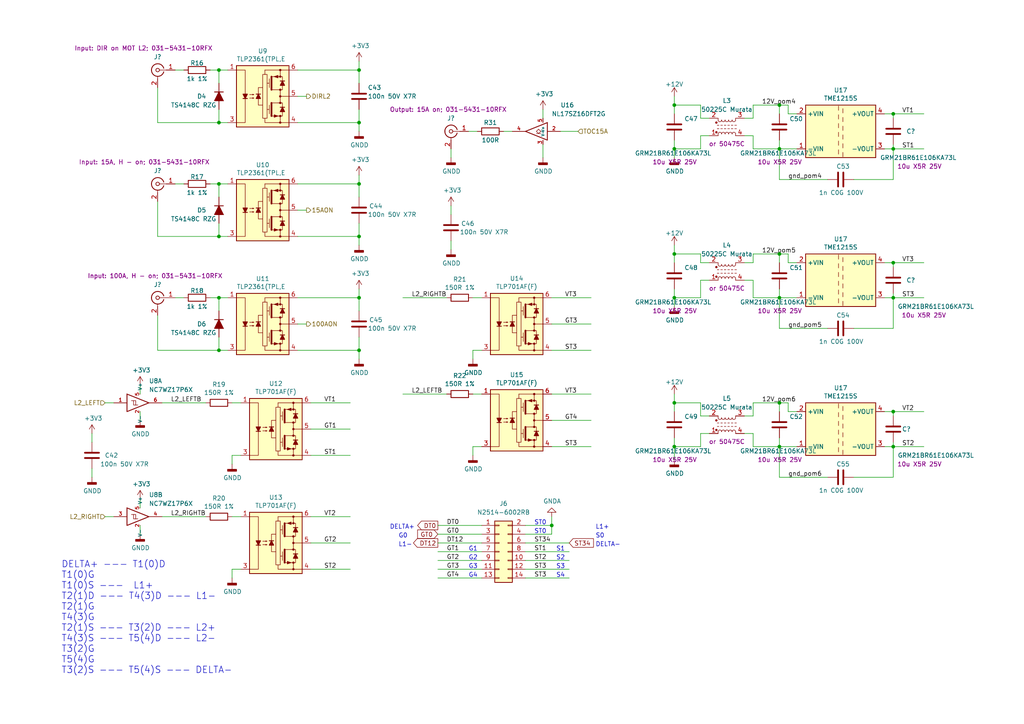
<source format=kicad_sch>
(kicad_sch (version 20230121) (generator eeschema)
  (paper "A4")
  (title_block (title "MOT coils current 100A controller ") (date "2023-11-27") (rev "2_Artiq") (company "Nicolaus Copernicus University in Toruń") (comment 1 "KL FAMO") (comment 2 "Kasli / Sinara compatible version") (comment 4 "designed by Adam Ledziński"))
  (lib_symbols
    (symbol "Connector:Conn_Coaxial" (pin_names (offset 1.016) hide)
      (property "Reference" "J" (at 0.254 3.048 0))
      (property "Value" "Conn_Coaxial" (at 2.921 0 90))
      (symbol "Conn_Coaxial_1_1"
        (pin passive line (at -5.08 0 0) (length 2.54) (name "In") (number "1"))
        (pin passive line (at 0 -5.08 90) (length 2.54) (name "Ext") (number "2"))
      )
    )
    (symbol "Connector_Generic:Conn_02x07_Odd_Even" (pin_names (offset 1.016) hide)
      (property "Reference" "J" (at 1.27 10.16 0))
      (property "Value" "Conn_02x07_Odd_Even" (at 1.27 -10.16 0))
      (symbol "Conn_02x07_Odd_Even_1_1"
        (pin passive line (at -5.08 7.62 0) (length 3.81) (name "Pin_1") (number "1"))
        (pin passive line (at 7.62 -2.54 180) (length 3.81) (name "Pin_10") (number "10"))
        (pin passive line (at -5.08 -5.08 0) (length 3.81) (name "Pin_11") (number "11"))
        (pin passive line (at 7.62 -5.08 180) (length 3.81) (name "Pin_12") (number "12"))
        (pin passive line (at -5.08 -7.62 0) (length 3.81) (name "Pin_13") (number "13"))
        (pin passive line (at 7.62 -7.62 180) (length 3.81) (name "Pin_14") (number "14"))
        (pin passive line (at 7.62 7.62 180) (length 3.81) (name "Pin_2") (number "2"))
        (pin passive line (at -5.08 5.08 0) (length 3.81) (name "Pin_3") (number "3"))
        (pin passive line (at 7.62 5.08 180) (length 3.81) (name "Pin_4") (number "4"))
        (pin passive line (at -5.08 2.54 0) (length 3.81) (name "Pin_5") (number "5"))
        (pin passive line (at 7.62 2.54 180) (length 3.81) (name "Pin_6") (number "6"))
        (pin passive line (at -5.08 0 0) (length 3.81) (name "Pin_7") (number "7"))
        (pin passive line (at 7.62 0 180) (length 3.81) (name "Pin_8") (number "8"))
        (pin passive line (at -5.08 -2.54 0) (length 3.81) (name "Pin_9") (number "9"))
      )
    )
    (symbol "Device:C" (pin_numbers hide) (pin_names (offset 0.254))
      (property "Reference" "C" (at 0.635 2.54 0))
      (property "Value" "C" (at 0.635 -2.54 0))
      (symbol "C_1_1"
        (pin passive line (at 0 3.81 270) (length 2.794) (name "~") (number "1"))
        (pin passive line (at 0 -3.81 90) (length 2.794) (name "~") (number "2"))
      )
    )
    (symbol "Device:R" (pin_numbers hide) (pin_names (offset 0))
      (property "Reference" "R" (at 2.032 0 90))
      (property "Value" "R" (at 0 0 90))
      (symbol "R_1_1"
        (pin passive line (at 0 3.81 270) (length 1.27) (name "~") (number "1"))
        (pin passive line (at 0 -3.81 90) (length 1.27) (name "~") (number "2"))
      )
    )
    (symbol "Regulator_Switching:CRE1S0505SC"
      (property "Reference" "U" (at -8.89 8.89 0))
      (property "Value" "CRE1S0505SC" (at 2.54 8.89 0))
      (symbol "CRE1S0505SC_1_1"
        (pin power_in line (at -12.7 -5.08 0) (length 2.54) (name "-VIN") (number "1"))
        (pin power_in line (at -12.7 5.08 0) (length 2.54) (name "+VIN") (number "2"))
        (pin power_out line (at 12.7 -5.08 180) (length 2.54) (name "-VOUT") (number "3"))
        (pin power_out line (at 12.7 5.08 180) (length 2.54) (name "+VOUT") (number "4"))
      )
    )
    (symbol "c100AvA-rescue:D_ALT-Device" (pin_numbers hide) (pin_names (offset 1.016) hide)
      (property "Reference" "D" (at 0 2.54 0))
      (property "Value" "Device_D_ALT" (at 0 -2.54 0))
      (symbol "D_ALT-Device_1_1"
        (pin passive line (at -3.81 0 0) (length 2.54) (name "K") (number "1"))
        (pin passive line (at 3.81 0 180) (length 2.54) (name "A") (number "2"))
      )
    )
    (symbol "c100AvA-rescue:L_Core_Ferrite_Coupled_1423-Device" (pin_names (offset 0.254) hide)
      (property "Reference" "L" (at 0 4.445 0))
      (property "Value" "Device_L_Core_Ferrite_Coupled_1423" (at 0 -4.445 0))
      (symbol "L_Core_Ferrite_Coupled_1423-Device_1_1"
        (pin passive line (at -5.08 2.54 0) (length 2.54) (name "1") (number "1"))
        (pin passive line (at -5.08 -2.54 0) (length 2.54) (name "2") (number "2"))
        (pin passive line (at 5.08 -2.54 180) (length 2.54) (name "3") (number "3"))
        (pin passive line (at 5.08 2.54 180) (length 2.54) (name "4") (number "4"))
      )
    )
    (symbol "current100A-rescue:ACPL-P343-Driver_FET" (pin_names hide)
      (property "Reference" "U" (at 0 12.7 0))
      (property "Value" "ACPL-P343-Driver_FET" (at 0 10.16 0))
      (symbol "ACPL-P343-Driver_FET_1_1"
        (pin passive line (at -10.16 7.62 0) (length 2.54) (name "A") (number "1"))
        (pin no_connect line (at -7.62 0 0) (length 2.54) hide (name "NC") (number "2"))
        (pin passive line (at -10.16 -7.62 0) (length 2.54) (name "C") (number "3"))
        (pin power_out line (at 10.16 -7.62 180) (length 2.54) (name "VEE") (number "4"))
        (pin output line (at 10.16 0 180) (length 2.54) (name "VO") (number "5"))
        (pin power_in line (at 10.16 7.62 180) (length 2.54) (name "VCC") (number "6"))
      )
    )
    (symbol "ff:2G17" (pin_names (offset 1.016))
      (property "Reference" "U" (at -2.54 3.81 0))
      (property "Value" "2G17" (at 0 -3.81 0))
      (symbol "2G17_0_1"
        (pin power_in line (at 0 -2.54 270) (length 0) (name "V-") (number "2"))
        (pin power_in line (at 0 2.54 90) (length 0) (name "V+") (number "5"))
      )
      (symbol "2G17_1_1"
        (pin input line (at -7.62 0 0) (length 3.81) (name "~") (number "1"))
        (pin output line (at 6.35 0 180) (length 3.81) (name "~") (number "6"))
      )
      (symbol "2G17_2_1"
        (pin input line (at -7.62 0 0) (length 3.81) (name "~") (number "3"))
        (pin output line (at 6.35 0 180) (length 3.81) (name "~") (number "4"))
      )
    )
    (symbol "ff:74LVC1G07_3V" (pin_names (offset 1.016))
      (property "Reference" "U" (at 0 2.54 0))
      (property "Value" "74LVC1G07_3V" (at 6.35 -2.54 0))
      (symbol "74LVC1G07_3V_1_1"
        (pin no_connect line (at 0 -3.81 90) (length 3.81) hide (name "NC") (number "1"))
        (pin input line (at -7.62 0 0) (length 3.81) (name "~") (number "2"))
        (pin power_in line (at -2.54 -3.81 90) (length 1.27) (name "V-") (number "3"))
        (pin open_collector line (at 6.35 0 180) (length 3.81) (name "~") (number "4"))
        (pin power_in line (at -2.54 3.81 270) (length 1.27) (name "V+") (number "5"))
      )
    )
    (symbol "ff:TLP2361" (pin_names hide)
      (property "Reference" "U" (at 0 12.7 0))
      (property "Value" "TLP2361" (at 0 10.16 0))
      (symbol "TLP2361_1_1"
        (pin passive line (at -10.16 7.62 0) (length 2.54) (name "A") (number "1"))
        (pin passive line (at -10.16 -7.62 0) (length 2.54) (name "C") (number "3"))
        (pin power_in line (at 10.16 -7.62 180) (length 2.54) (name "VEE") (number "4"))
        (pin output line (at 10.16 0 180) (length 2.54) (name "VO") (number "5"))
        (pin power_in line (at 10.16 7.62 180) (length 2.54) (name "VCC") (number "6"))
      )
    )
    (symbol "power:+12V" (power) (pin_names (offset 0))
      (property "Value" "+12V" (at 0 3.556 0))
      (symbol "+12V_1_1"
        (pin power_in line (at 0 0 90) (length 0) hide (name "+12V") (number "1"))
      )
    )
    (symbol "power:+3V3" (power) (pin_names (offset 0))
      (property "Value" "+3V3" (at 0 3.556 0))
      (symbol "+3V3_1_1"
        (pin power_in line (at 0 0 90) (length 0) hide (name "+3V3") (number "1"))
      )
    )
    (symbol "power:GNDA" (power) (pin_names (offset 0))
      (property "Value" "GNDA" (at 0 -3.81 0))
      (symbol "GNDA_1_1"
        (pin power_in line (at 0 0 270) (length 0) hide (name "GNDA") (number "1"))
      )
    )
    (symbol "power:GNDD" (power) (pin_names (offset 0))
      (property "Value" "GNDD" (at 0 -3.175 0))
      (symbol "GNDD_1_1"
        (pin power_in line (at 0 0 270) (length 0) hide (name "GNDD") (number "1"))
      )
    )
  )
  (junction (at 226.06 30.48))
  (junction (at 63.5 86.36))
  (junction (at 104.14 101.6))
  (junction (at 63.5 20.32))
  (junction (at 226.06 86.36))
  (junction (at 104.14 68.58))
  (junction (at 160.02 152.4))
  (junction (at 104.14 35.56))
  (junction (at 259.08 43.18))
  (junction (at 104.14 53.34))
  (junction (at 195.58 86.36))
  (junction (at 226.06 43.18))
  (junction (at 104.14 20.32))
  (junction (at 195.58 73.66))
  (junction (at 226.06 73.66))
  (junction (at 63.5 35.56))
  (junction (at 104.14 86.36))
  (junction (at 226.06 129.54))
  (junction (at 259.08 76.2))
  (junction (at 63.5 53.34))
  (junction (at 259.08 33.02))
  (junction (at 259.08 129.54))
  (junction (at 259.08 119.38))
  (junction (at 195.58 129.54))
  (junction (at 63.5 68.58))
  (junction (at 195.58 30.48))
  (junction (at 195.58 116.84))
  (junction (at 259.08 86.36))
  (junction (at 226.06 116.84))
  (junction (at 195.58 43.18))
  (junction (at 63.5 101.6))
  (wire (pts (xy 66.04 68.58) (xy 63.5 68.58)))
  (wire (pts (xy 137.16 132.08) (xy 137.16 129.54)))
  (wire (pts (xy 195.58 30.48) (xy 203.2 30.48)))
  (wire (pts (xy 256.54 76.2) (xy 259.08 76.2)))
  (wire (pts (xy 247.65 95.25) (xy 259.08 95.25)))
  (wire (pts (xy 195.58 86.36) (xy 195.58 88.9)))
  (wire (pts (xy 63.5 86.36) (xy 66.04 86.36)))
  (wire (pts (xy 152.4 152.4) (xy 160.02 152.4)))
  (wire (pts (xy 60.96 86.36) (xy 63.5 86.36)))
  (wire (pts (xy 67.31 165.1) (xy 69.85 165.1)))
  (wire (pts (xy 256.54 43.18) (xy 259.08 43.18)))
  (wire (pts (xy 137.16 86.36) (xy 139.7 86.36)))
  (wire (pts (xy 231.14 33.02) (xy 228.6 33.02)))
  (wire (pts (xy 137.16 101.6) (xy 139.7 101.6)))
  (wire (pts (xy 45.72 101.6) (xy 45.72 91.44)))
  (wire (pts (xy 218.44 120.65) (xy 218.44 116.84)))
  (wire (pts (xy 259.08 43.18) (xy 267.97 43.18)))
  (wire (pts (xy 86.36 68.58) (xy 104.14 68.58)))
  (wire (pts (xy 60.96 20.32) (xy 63.5 20.32)))
  (wire (pts (xy 127 165.1) (xy 139.7 165.1)))
  (wire (pts (xy 203.2 116.84) (xy 203.2 120.65)))
  (wire (pts (xy 218.44 76.2) (xy 218.44 73.66)))
  (wire (pts (xy 104.14 35.56) (xy 104.14 38.1)))
  (wire (pts (xy 63.5 20.32) (xy 66.04 20.32)))
  (wire (pts (xy 226.06 138.43) (xy 240.03 138.43)))
  (wire (pts (xy 86.36 53.34) (xy 104.14 53.34)))
  (wire (pts (xy 59.69 116.84) (xy 46.99 116.84)))
  (wire (pts (xy 40.64 114.3) (xy 40.64 111.76)))
  (wire (pts (xy 26.67 138.43) (xy 26.67 135.89)))
  (wire (pts (xy 63.5 90.17) (xy 63.5 86.36)))
  (wire (pts (xy 50.8 20.32) (xy 53.34 20.32)))
  (wire (pts (xy 203.2 120.65) (xy 205.74 120.65)))
  (wire (pts (xy 63.5 97.79) (xy 63.5 101.6)))
  (wire (pts (xy 205.74 125.73) (xy 203.2 125.73)))
  (wire (pts (xy 228.6 33.02) (xy 228.6 30.48)))
  (wire (pts (xy 256.54 33.02) (xy 259.08 33.02)))
  (wire (pts (xy 259.08 129.54) (xy 259.08 128.27)))
  (wire (pts (xy 60.96 53.34) (xy 63.5 53.34)))
  (wire (pts (xy 228.6 116.84) (xy 226.06 116.84)))
  (wire (pts (xy 130.81 45.72) (xy 130.81 43.18)))
  (wire (pts (xy 152.4 160.02) (xy 165.1 160.02)))
  (wire (pts (xy 259.08 76.2) (xy 259.08 77.47)))
  (wire (pts (xy 45.72 101.6) (xy 63.5 101.6)))
  (wire (pts (xy 195.58 127) (xy 195.58 129.54)))
  (wire (pts (xy 205.74 39.37) (xy 203.2 39.37)))
  (wire (pts (xy 226.06 43.18) (xy 218.44 43.18)))
  (wire (pts (xy 63.5 101.6) (xy 66.04 101.6)))
  (wire (pts (xy 218.44 43.18) (xy 218.44 39.37)))
  (wire (pts (xy 104.14 20.32) (xy 104.14 24.13)))
  (wire (pts (xy 218.44 129.54) (xy 218.44 125.73)))
  (wire (pts (xy 88.9 93.98) (xy 86.36 93.98)))
  (wire (pts (xy 33.02 116.84) (xy 30.48 116.84)))
  (wire (pts (xy 195.58 30.48) (xy 195.58 33.02)))
  (wire (pts (xy 135.89 38.1) (xy 138.43 38.1)))
  (wire (pts (xy 203.2 34.29) (xy 205.74 34.29)))
  (wire (pts (xy 228.6 73.66) (xy 226.06 73.66)))
  (wire (pts (xy 127 154.94) (xy 139.7 154.94)))
  (wire (pts (xy 104.14 53.34) (xy 104.14 50.8)))
  (wire (pts (xy 226.06 52.07) (xy 240.03 52.07)))
  (wire (pts (xy 127 157.48) (xy 139.7 157.48)))
  (wire (pts (xy 218.44 39.37) (xy 215.9 39.37)))
  (wire (pts (xy 67.31 116.84) (xy 69.85 116.84)))
  (wire (pts (xy 218.44 86.36) (xy 218.44 81.28)))
  (wire (pts (xy 195.58 116.84) (xy 203.2 116.84)))
  (wire (pts (xy 127 152.4) (xy 139.7 152.4)))
  (wire (pts (xy 63.5 57.15) (xy 63.5 53.34)))
  (wire (pts (xy 160.02 129.54) (xy 171.45 129.54)))
  (wire (pts (xy 259.08 119.38) (xy 259.08 120.65)))
  (wire (pts (xy 152.4 154.94) (xy 160.02 154.94)))
  (wire (pts (xy 215.9 120.65) (xy 218.44 120.65)))
  (wire (pts (xy 127 162.56) (xy 139.7 162.56)))
  (wire (pts (xy 67.31 134.62) (xy 67.31 132.08)))
  (wire (pts (xy 86.36 20.32) (xy 104.14 20.32)))
  (wire (pts (xy 218.44 34.29) (xy 218.44 30.48)))
  (wire (pts (xy 130.81 69.85) (xy 130.81 72.39)))
  (wire (pts (xy 226.06 86.36) (xy 231.14 86.36)))
  (wire (pts (xy 226.06 129.54) (xy 231.14 129.54)))
  (wire (pts (xy 195.58 73.66) (xy 195.58 76.2)))
  (wire (pts (xy 259.08 43.18) (xy 259.08 41.91)))
  (wire (pts (xy 63.5 53.34) (xy 66.04 53.34)))
  (wire (pts (xy 218.44 125.73) (xy 215.9 125.73)))
  (wire (pts (xy 240.03 95.25) (xy 226.06 95.25)))
  (wire (pts (xy 86.36 86.36) (xy 104.14 86.36)))
  (wire (pts (xy 231.14 119.38) (xy 228.6 119.38)))
  (wire (pts (xy 247.65 138.43) (xy 259.08 138.43)))
  (wire (pts (xy 45.72 35.56) (xy 63.5 35.56)))
  (wire (pts (xy 228.6 119.38) (xy 228.6 116.84)))
  (wire (pts (xy 101.6 149.86) (xy 90.17 149.86)))
  (wire (pts (xy 259.08 95.25) (xy 259.08 86.36)))
  (wire (pts (xy 218.44 30.48) (xy 226.06 30.48)))
  (wire (pts (xy 259.08 129.54) (xy 267.97 129.54)))
  (wire (pts (xy 88.9 27.94) (xy 86.36 27.94)))
  (wire (pts (xy 90.17 124.46) (xy 101.6 124.46)))
  (wire (pts (xy 203.2 86.36) (xy 195.58 86.36)))
  (wire (pts (xy 256.54 119.38) (xy 259.08 119.38)))
  (wire (pts (xy 256.54 129.54) (xy 259.08 129.54)))
  (wire (pts (xy 231.14 76.2) (xy 228.6 76.2)))
  (wire (pts (xy 63.5 35.56) (xy 66.04 35.56)))
  (wire (pts (xy 259.08 33.02) (xy 267.97 33.02)))
  (wire (pts (xy 104.14 35.56) (xy 104.14 31.75)))
  (wire (pts (xy 67.31 132.08) (xy 69.85 132.08)))
  (wire (pts (xy 104.14 68.58) (xy 104.14 71.12)))
  (wire (pts (xy 226.06 129.54) (xy 226.06 127)))
  (wire (pts (xy 160.02 93.98) (xy 171.45 93.98)))
  (wire (pts (xy 130.81 59.69) (xy 130.81 62.23)))
  (wire (pts (xy 86.36 101.6) (xy 104.14 101.6)))
  (wire (pts (xy 101.6 116.84) (xy 90.17 116.84)))
  (wire (pts (xy 50.8 53.34) (xy 53.34 53.34)))
  (wire (pts (xy 67.31 167.64) (xy 67.31 165.1)))
  (wire (pts (xy 226.06 129.54) (xy 218.44 129.54)))
  (wire (pts (xy 203.2 39.37) (xy 203.2 43.18)))
  (wire (pts (xy 215.9 76.2) (xy 218.44 76.2)))
  (wire (pts (xy 228.6 76.2) (xy 228.6 73.66)))
  (wire (pts (xy 90.17 132.08) (xy 101.6 132.08)))
  (wire (pts (xy 45.72 68.58) (xy 63.5 68.58)))
  (wire (pts (xy 137.16 114.3) (xy 139.7 114.3)))
  (wire (pts (xy 195.58 114.3) (xy 195.58 116.84)))
  (wire (pts (xy 226.06 43.18) (xy 226.06 40.64)))
  (wire (pts (xy 226.06 86.36) (xy 226.06 83.82)))
  (wire (pts (xy 50.8 86.36) (xy 53.34 86.36)))
  (wire (pts (xy 203.2 30.48) (xy 203.2 34.29)))
  (wire (pts (xy 129.54 114.3) (xy 116.84 114.3)))
  (wire (pts (xy 88.9 60.96) (xy 86.36 60.96)))
  (wire (pts (xy 218.44 116.84) (xy 226.06 116.84)))
  (wire (pts (xy 104.14 53.34) (xy 104.14 57.15)))
  (wire (pts (xy 137.16 129.54) (xy 139.7 129.54)))
  (wire (pts (xy 226.06 30.48) (xy 226.06 33.02)))
  (wire (pts (xy 226.06 95.25) (xy 226.06 86.36)))
  (wire (pts (xy 90.17 165.1) (xy 101.6 165.1)))
  (wire (pts (xy 63.5 31.75) (xy 63.5 35.56)))
  (wire (pts (xy 259.08 52.07) (xy 259.08 43.18)))
  (wire (pts (xy 129.54 86.36) (xy 116.84 86.36)))
  (wire (pts (xy 160.02 121.92) (xy 171.45 121.92)))
  (wire (pts (xy 157.48 34.29) (xy 157.48 31.75)))
  (wire (pts (xy 67.31 149.86) (xy 69.85 149.86)))
  (wire (pts (xy 90.17 157.48) (xy 101.6 157.48)))
  (wire (pts (xy 259.08 138.43) (xy 259.08 129.54)))
  (wire (pts (xy 40.64 121.92) (xy 40.64 119.38)))
  (wire (pts (xy 247.65 52.07) (xy 259.08 52.07)))
  (wire (pts (xy 215.9 34.29) (xy 218.44 34.29)))
  (wire (pts (xy 203.2 125.73) (xy 203.2 129.54)))
  (wire (pts (xy 40.64 154.94) (xy 40.64 152.4)))
  (wire (pts (xy 160.02 154.94) (xy 160.02 152.4)))
  (wire (pts (xy 228.6 30.48) (xy 226.06 30.48)))
  (wire (pts (xy 33.02 149.86) (xy 30.48 149.86)))
  (wire (pts (xy 226.06 43.18) (xy 226.06 52.07)))
  (wire (pts (xy 86.36 35.56) (xy 104.14 35.56)))
  (wire (pts (xy 59.69 149.86) (xy 46.99 149.86)))
  (wire (pts (xy 171.45 86.36) (xy 160.02 86.36)))
  (wire (pts (xy 195.58 83.82) (xy 195.58 86.36)))
  (wire (pts (xy 152.4 162.56) (xy 165.1 162.56)))
  (wire (pts (xy 203.2 43.18) (xy 195.58 43.18)))
  (wire (pts (xy 195.58 71.12) (xy 195.58 73.66)))
  (wire (pts (xy 127 167.64) (xy 139.7 167.64)))
  (wire (pts (xy 152.4 157.48) (xy 165.1 157.48)))
  (wire (pts (xy 195.58 116.84) (xy 195.58 119.38)))
  (wire (pts (xy 259.08 33.02) (xy 259.08 34.29)))
  (wire (pts (xy 259.08 86.36) (xy 267.97 86.36)))
  (wire (pts (xy 45.72 68.58) (xy 45.72 58.42)))
  (wire (pts (xy 146.05 38.1) (xy 148.59 38.1)))
  (wire (pts (xy 104.14 86.36) (xy 104.14 83.82)))
  (wire (pts (xy 26.67 128.27) (xy 26.67 125.73)))
  (wire (pts (xy 205.74 81.28) (xy 203.2 81.28)))
  (wire (pts (xy 195.58 27.94) (xy 195.58 30.48)))
  (wire (pts (xy 226.06 116.84) (xy 226.06 119.38)))
  (wire (pts (xy 167.64 38.1) (xy 162.56 38.1)))
  (wire (pts (xy 203.2 73.66) (xy 203.2 76.2)))
  (wire (pts (xy 195.58 43.18) (xy 195.58 45.72)))
  (wire (pts (xy 226.06 73.66) (xy 226.06 76.2)))
  (wire (pts (xy 137.16 104.14) (xy 137.16 101.6)))
  (wire (pts (xy 127 160.02) (xy 139.7 160.02)))
  (wire (pts (xy 256.54 86.36) (xy 259.08 86.36)))
  (wire (pts (xy 104.14 20.32) (xy 104.14 17.78)))
  (wire (pts (xy 160.02 152.4) (xy 160.02 149.86)))
  (wire (pts (xy 63.5 64.77) (xy 63.5 68.58)))
  (wire (pts (xy 104.14 86.36) (xy 104.14 90.17)))
  (wire (pts (xy 226.06 86.36) (xy 218.44 86.36)))
  (wire (pts (xy 157.48 45.72) (xy 157.48 41.91)))
  (wire (pts (xy 152.4 167.64) (xy 165.1 167.64)))
  (wire (pts (xy 226.06 43.18) (xy 231.14 43.18)))
  (wire (pts (xy 218.44 73.66) (xy 226.06 73.66)))
  (wire (pts (xy 45.72 35.56) (xy 45.72 25.4)))
  (wire (pts (xy 171.45 114.3) (xy 160.02 114.3)))
  (wire (pts (xy 226.06 129.54) (xy 226.06 138.43)))
  (wire (pts (xy 203.2 129.54) (xy 195.58 129.54)))
  (wire (pts (xy 203.2 76.2) (xy 205.74 76.2)))
  (wire (pts (xy 152.4 165.1) (xy 165.1 165.1)))
  (wire (pts (xy 259.08 119.38) (xy 267.97 119.38)))
  (wire (pts (xy 218.44 81.28) (xy 215.9 81.28)))
  (wire (pts (xy 40.64 147.32) (xy 40.64 144.78)))
  (wire (pts (xy 104.14 68.58) (xy 104.14 64.77)))
  (wire (pts (xy 104.14 101.6) (xy 104.14 104.14)))
  (wire (pts (xy 195.58 40.64) (xy 195.58 43.18)))
  (wire (pts (xy 104.14 101.6) (xy 104.14 97.79)))
  (wire (pts (xy 259.08 86.36) (xy 259.08 85.09)))
  (wire (pts (xy 259.08 76.2) (xy 267.97 76.2)))
  (wire (pts (xy 203.2 81.28) (xy 203.2 86.36)))
  (wire (pts (xy 160.02 101.6) (xy 171.45 101.6)))
  (wire (pts (xy 63.5 24.13) (xy 63.5 20.32)))
  (wire (pts (xy 195.58 129.54) (xy 195.58 133.35)))
  (wire (pts (xy 195.58 73.66) (xy 203.2 73.66)))
  (text "DELTA-" (at 172.72 158.75 0) (effects (font (size 1.27 1.27)) (justify left bottom)))
  (text "S1" (at 161.29 160.02 0) (effects (font (size 1.27 1.27)) (justify left bottom)))
  (text "L1-" (at 115.57 158.75 0) (effects (font (size 1.27 1.27)) (justify left bottom)))
  (text "S3" (at 161.29 165.1 0) (effects (font (size 1.27 1.27)) (justify left bottom)))
  (text "G3" (at 135.89 165.1 0) (effects (font (size 1.27 1.27)) (justify left bottom)))
  (text "G4" (at 135.89 167.64 0) (effects (font (size 1.27 1.27)) (justify left bottom)))
  (text "ST0" (at 154.94 154.94 0) (effects (font (size 1.27 1.27)) (justify left bottom)))
  (text "DELTA+ --- T1(0)D\nT1(0)G\nT1(0)S ---  L1+\nT2(1)D --- T4(3)D --- L1-\nT2(1)G      \nT4(3)G\nT2(1)S --- T3(2)D --- L2+\nT4(3)S --- T5(4)D --- L2-\nT3(2)G      \nT5(4)G\nT3(2)S --- T5(4)S --- DELTA-\n" (at 17.78 195.58 0) (effects (font (size 1.905 1.905)) (justify left bottom)))
  (text "S0" (at 172.72 156.21 0) (effects (font (size 1.27 1.27)) (justify left bottom)))
  (text "S2" (at 161.29 162.56 0) (effects (font (size 1.27 1.27)) (justify left bottom)))
  (text "G0" (at 115.57 156.21 0) (effects (font (size 1.27 1.27)) (justify left bottom)))
  (text "DELTA+" (at 113.03 153.67 0) (effects (font (size 1.27 1.27)) (justify left bottom)))
  (text "ST0" (at 154.94 152.4 0) (effects (font (size 1.27 1.27)) (justify left bottom)))
  (text "S4" (at 161.29 167.64 0) (effects (font (size 1.27 1.27)) (justify left bottom)))
  (text "G2" (at 135.89 162.56 0) (effects (font (size 1.27 1.27)) (justify left bottom)))
  (text "L1+" (at 172.72 153.67 0) (effects (font (size 1.27 1.27)) (justify left bottom)))
  (text "G1" (at 135.89 160.02 0) (effects (font (size 1.27 1.27)) (justify left bottom)))
  (label "GT3" (at 129.54 165.1 0))
  (label "ST34" (at 154.94 157.48 0))
  (label "ST2" (at 93.98 165.1 0))
  (label "VT1" (at 261.62 33.02 0))
  (label "ST1" (at 93.98 132.08 0))
  (label "ST1" (at 154.94 160.02 0))
  (label "VT2" (at 93.98 149.86 0))
  (label "VT3" (at 163.83 86.36 0))
  (label "ST2" (at 261.62 129.54 0))
  (label "L2_LEFTB" (at 119.38 114.3 0))
  (label "ST1" (at 261.62 43.18 0))
  (label "DT12" (at 129.54 157.48 0))
  (label "GT2" (at 93.98 157.48 0))
  (label "ST3" (at 154.94 165.1 0))
  (label "ST3" (at 261.62 86.36 0))
  (label "ST3" (at 163.83 129.54 0))
  (label "12V_pom5" (at 220.98 73.66 0))
  (label "gnd_pom6" (at 228.6 138.43 0))
  (label "GT2" (at 129.54 162.56 0))
  (label "ST2" (at 154.94 162.56 0))
  (label "gnd_pom4" (at 228.6 52.07 0))
  (label "12V_pom4" (at 220.98 30.48 0))
  (label "VT1" (at 93.98 116.84 0))
  (label "GT4" (at 129.54 167.64 0))
  (label "gnd_pom5" (at 228.6 95.25 0))
  (label "VT3" (at 261.62 76.2 0))
  (label "DT0" (at 129.54 152.4 0))
  (label "GT3" (at 163.83 93.98 0))
  (label "GT0" (at 129.54 154.94 0))
  (label "ST3" (at 163.83 101.6 0))
  (label "VT3" (at 163.83 114.3 0))
  (label "ST3" (at 154.94 167.64 0))
  (label "GT1" (at 93.98 124.46 0))
  (label "L2_LEFTB" (at 49.53 116.84 0))
  (label "VT2" (at 261.62 119.38 0))
  (label "GT4" (at 163.83 121.92 0))
  (label "L2_RIGHTB" (at 49.53 149.86 0))
  (label "L2_RIGHTB" (at 119.38 86.36 0))
  (label "12V_pom6" (at 220.98 116.84 0))
  (label "GT1" (at 129.54 160.02 0))
  (global_label "GT0" (shape input) (at 127 154.94 180) (property "Intersheetrefs" "${INTERSHEET_REFS}" (effects hide)))
  (global_label "DT12" (shape output) (at 127 157.48 180) (property "Intersheetrefs" "${INTERSHEET_REFS}" (effects hide)))
  (global_label "DT0" (shape output) (at 127 152.4 180) (property "Intersheetrefs" "${INTERSHEET_REFS}" (effects hide)))
  (global_label "ST34" (shape input) (at 165.1 157.48 0) (property "Intersheetrefs" "${INTERSHEET_REFS}" (effects hide)))
  (hierarchical_label "DIRL2" (shape output) (at 88.9 27.94 0))
  (hierarchical_label "L2_RIGHT" (shape input) (at 30.48 149.86 180))
  (hierarchical_label "TOC15A" (shape input) (at 167.64 38.1 0))
  (hierarchical_label "100AON" (shape output) (at 88.9 93.98 0))
  (hierarchical_label "L2_LEFT" (shape input) (at 30.48 116.84 180))
  (hierarchical_label "15AON" (shape output) (at 88.9 60.96 0))
  (symbol (lib_id "Connector:Conn_Coaxial") (at 130.81 38.1 0) (mirror y) (unit 1)
    (property "Reference" "J?" (at 130.81 34.29 0))
    (property "Value" "5227161-1" (effects hide))
    (property "Footprint" "Connector_Coaxial:BNC_Amphenol_B6252HB-NPP3G-50_Horizontal" (effects hide))
    (property "Datasheet" " ~" (effects hide))
    (property "Comm" "Output: 15A on; 031-5431-10RFX" (at 113.03 31.75 0) (effects (justify right)))
    (instances (project "c100AvA" (path "" (reference "J?") (unit 1)) (path "" (reference "J7") (unit 1))) (project "current100A_Artiq" (path "" (reference "J11") (unit 1))))
  )
  (symbol (lib_id "current100A-rescue:ACPL-P343-Driver_FET") (at 80.01 124.46 0) (unit 1)
    (property "Reference" "U12" (at 80.01 111.252 0))
    (property "Value" "TLP701AF(F)" (at 80.01 113.6142 0))
    (property "Footprint" "Package_SO:SSO-6_6.8x4.6mm_P1.27mm_Clearance7mm" (effects hide))
    (property "Datasheet" "https://www.tme.eu/Document/18eec4fc8ccc3944788c5600a6539d11/TLP701AFF.pdf" (effects hide))
    (instances (project "c100AvA" (path "" (reference "U12") (unit 1)) (path "" (reference "U?") (unit 1))) (project "current100A_Artiq" (path "" (reference "U28") (unit 1))))
  )
  (symbol (lib_id "Device:R") (at 63.5 116.84 270) (unit 1)
    (property "Reference" "R19" (at 63.5 111.506 90))
    (property "Value" "150R 1%" (at 63.5 113.8682 90))
    (property "Footprint" "Resistor_SMD:R_0603_1608Metric" (effects hide))
    (instances (project "c100AvA" (path "" (reference "R19") (unit 1)) (path "" (reference "R?") (unit 1))) (project "current100A_Artiq" (path "" (reference "R58") (unit 1))))
  )
  (symbol (lib_id "Regulator_Switching:CRE1S0505SC") (at 243.84 38.1 0) (unit 1)
    (property "Reference" "U17" (at 243.84 26.162 0))
    (property "Value" "TME1215S" (at 243.84 28.5242 0))
    (property "Footprint" "ff_lib_7:AM1SS-xxxxS" (effects hide))
    (property "Datasheet" "https://www.tme.eu/Document/ecc45a2bcbf6e1314ca25a1f4efc1d56/TME-SERIES-EN.pdf" (effects hide))
    (instances (project "c100AvA" (path "" (reference "U17") (unit 1)) (path "" (reference "U?") (unit 1))) (project "current100A_Artiq" (path "" (reference "U33") (unit 1))))
  )
  (symbol (lib_id "power:+3V3") (at 40.64 144.78 0) (unit 1)
    (property "Reference" "#PWR063" (effects hide))
    (property "Value" "+3V3" (at 41.021 140.3858 0))
    (instances (project "c100AvA" (path "" (reference "#PWR063") (unit 1))) (project "current100A_Artiq" (path "" (reference "#PWR0184") (unit 1))))
  )
  (symbol (lib_id "power:GNDD") (at 40.64 154.94 0) (unit 1)
    (property "Reference" "#PWR064" (effects hide))
    (property "Value" "GNDD" (at 40.767 158.9024 0))
    (instances (project "c100AvA" (path "" (reference "#PWR064") (unit 1))) (project "current100A_Artiq" (path "" (reference "#PWR0185") (unit 1))))
  )
  (symbol (lib_id "ff:2G17") (at 40.64 149.86 0) (unit 2)
    (property "Reference" "U8" (at 43.18 143.51 0) (effects (justify left)))
    (property "Value" "NC7WZ17P6X" (at 43.18 146.05 0) (effects (justify left)))
    (property "Footprint" "Package_TO_SOT_SMD:SOT-363_SC-70-6" (effects hide))
    (property "Datasheet" "http://www.ti.com/lit/sg/scyt129e/scyt129e.pdf" (effects hide))
    (instances (project "c100AvA" (path "" (reference "U8") (unit 2))) (project "current100A_Artiq" (path "" (reference "U24") (unit 2))))
  )
  (symbol (lib_id "power:+3V3") (at 40.64 111.76 0) (unit 1)
    (property "Reference" "#PWR061" (effects hide))
    (property "Value" "+3V3" (at 41.021 107.3658 0))
    (instances (project "c100AvA" (path "" (reference "#PWR061") (unit 1))) (project "current100A_Artiq" (path "" (reference "#PWR0182") (unit 1))))
  )
  (symbol (lib_id "power:GNDD") (at 40.64 121.92 0) (unit 1)
    (property "Reference" "#PWR062" (effects hide))
    (property "Value" "GNDD" (at 40.767 125.8824 0))
    (instances (project "c100AvA" (path "" (reference "#PWR062") (unit 1))) (project "current100A_Artiq" (path "" (reference "#PWR0183") (unit 1))))
  )
  (symbol (lib_id "power:GNDD") (at 195.58 45.72 0) (unit 1)
    (property "Reference" "#PWR081" (effects hide))
    (property "Value" "GNDD" (at 195.707 49.6824 0))
    (instances (project "c100AvA" (path "" (reference "#PWR081") (unit 1))) (project "current100A_Artiq" (path "" (reference "#PWR0203") (unit 1))))
  )
  (symbol (lib_id "power:GNDD") (at 195.58 88.9 0) (unit 1)
    (property "Reference" "#PWR083" (effects hide))
    (property "Value" "GNDD" (at 195.707 92.8624 0))
    (instances (project "c100AvA" (path "" (reference "#PWR083") (unit 1))) (project "current100A_Artiq" (path "" (reference "#PWR0205") (unit 1))))
  )
  (symbol (lib_id "power:GNDD") (at 67.31 134.62 0) (unit 1)
    (property "Reference" "#PWR065" (effects hide))
    (property "Value" "GNDD" (at 67.437 138.5824 0))
    (instances (project "c100AvA" (path "" (reference "#PWR065") (unit 1))) (project "current100A_Artiq" (path "" (reference "#PWR0186") (unit 1))))
  )
  (symbol (lib_id "current100A-rescue:ACPL-P343-Driver_FET") (at 80.01 157.48 0) (unit 1)
    (property "Reference" "U13" (at 80.01 144.272 0))
    (property "Value" "TLP701AF(F)" (at 80.01 146.6342 0))
    (property "Footprint" "Package_SO:SSO-6_6.8x4.6mm_P1.27mm_Clearance7mm" (effects hide))
    (property "Datasheet" "https://www.tme.eu/Document/18eec4fc8ccc3944788c5600a6539d11/TLP701AFF.pdf" (effects hide))
    (instances (project "c100AvA" (path "" (reference "U13") (unit 1)) (path "" (reference "U?") (unit 1))) (project "current100A_Artiq" (path "" (reference "U29") (unit 1))))
  )
  (symbol (lib_id "Device:R") (at 63.5 149.86 270) (unit 1)
    (property "Reference" "R20" (at 63.5 144.526 90))
    (property "Value" "150R 1%" (at 63.5 146.8882 90))
    (property "Footprint" "Resistor_SMD:R_0603_1608Metric" (effects hide))
    (instances (project "c100AvA" (path "" (reference "R20") (unit 1)) (path "" (reference "R?") (unit 1))) (project "current100A_Artiq" (path "" (reference "R59") (unit 1))))
  )
  (symbol (lib_id "power:GNDD") (at 67.31 167.64 0) (unit 1)
    (property "Reference" "#PWR066" (effects hide))
    (property "Value" "GNDD" (at 67.437 171.6024 0))
    (instances (project "c100AvA" (path "" (reference "#PWR066") (unit 1))) (project "current100A_Artiq" (path "" (reference "#PWR0187") (unit 1))))
  )
  (symbol (lib_id "current100A-rescue:ACPL-P343-Driver_FET") (at 149.86 93.98 0) (unit 1)
    (property "Reference" "U14" (at 149.86 80.772 0))
    (property "Value" "TLP701AF(F)" (at 149.86 83.1342 0))
    (property "Footprint" "Package_SO:SSO-6_6.8x4.6mm_P1.27mm_Clearance7mm" (effects hide))
    (property "Datasheet" "https://www.tme.eu/Document/18eec4fc8ccc3944788c5600a6539d11/TLP701AFF.pdf" (effects hide))
    (instances (project "c100AvA" (path "" (reference "U14") (unit 1)) (path "" (reference "U?") (unit 1))) (project "current100A_Artiq" (path "" (reference "U30") (unit 1))))
  )
  (symbol (lib_id "Device:R") (at 133.35 86.36 270) (unit 1)
    (property "Reference" "R21" (at 133.35 81.026 90))
    (property "Value" "150R 1%" (at 133.35 83.3882 90))
    (property "Footprint" "Resistor_SMD:R_0603_1608Metric" (effects hide))
    (instances (project "c100AvA" (path "" (reference "R21") (unit 1)) (path "" (reference "R?") (unit 1))) (project "current100A_Artiq" (path "" (reference "R60") (unit 1))))
  )
  (symbol (lib_id "power:GNDD") (at 137.16 104.14 0) (unit 1)
    (property "Reference" "#PWR076" (effects hide))
    (property "Value" "GNDD" (at 137.287 108.1024 0))
    (instances (project "c100AvA" (path "" (reference "#PWR076") (unit 1))) (project "current100A_Artiq" (path "" (reference "#PWR0197") (unit 1))))
  )
  (symbol (lib_id "current100A-rescue:ACPL-P343-Driver_FET") (at 149.86 121.92 0) (unit 1)
    (property "Reference" "U15" (at 149.86 108.712 0))
    (property "Value" "TLP701AF(F)" (at 149.86 111.0742 0))
    (property "Footprint" "Package_SO:SSO-6_6.8x4.6mm_P1.27mm_Clearance7mm" (effects hide))
    (property "Datasheet" "https://www.tme.eu/Document/18eec4fc8ccc3944788c5600a6539d11/TLP701AFF.pdf" (effects hide))
    (instances (project "c100AvA" (path "" (reference "U15") (unit 1)) (path "" (reference "U?") (unit 1))) (project "current100A_Artiq" (path "" (reference "U31") (unit 1))))
  )
  (symbol (lib_id "Device:R") (at 133.35 114.3 270) (unit 1)
    (property "Reference" "R22" (at 133.35 108.966 90))
    (property "Value" "150R 1%" (at 133.35 111.3282 90))
    (property "Footprint" "Resistor_SMD:R_0603_1608Metric" (effects hide))
    (instances (project "c100AvA" (path "" (reference "R22") (unit 1)) (path "" (reference "R?") (unit 1))) (project "current100A_Artiq" (path "" (reference "R61") (unit 1))))
  )
  (symbol (lib_id "power:GNDD") (at 137.16 132.08 0) (unit 1)
    (property "Reference" "#PWR077" (effects hide))
    (property "Value" "GNDD" (at 137.287 136.0424 0))
    (instances (project "c100AvA" (path "" (reference "#PWR077") (unit 1))) (project "current100A_Artiq" (path "" (reference "#PWR0198") (unit 1))))
  )
  (symbol (lib_id "Connector_Generic:Conn_02x07_Odd_Even") (at 144.78 160.02 0) (unit 1)
    (property "Reference" "J6" (at 146.05 146.05 0))
    (property "Value" "N2514-6002RB" (at 146.05 148.59 0))
    (property "Footprint" "Connector_IDC:IDC-Header_2x07_P2.54mm_Vertical" (effects hide))
    (instances (project "c100AvA" (path "" (reference "J6") (unit 1))) (project "current100A_Artiq" (path "" (reference "J12") (unit 1))))
  )
  (symbol (lib_id "ff:2G17") (at 40.64 116.84 0) (unit 1)
    (property "Reference" "U8" (at 43.18 110.49 0) (effects (justify left)))
    (property "Value" "NC7WZ17P6X" (at 43.18 113.03 0) (effects (justify left)))
    (property "Footprint" "Package_TO_SOT_SMD:SOT-363_SC-70-6" (effects hide))
    (property "Datasheet" "http://www.ti.com/lit/sg/scyt129e/scyt129e.pdf" (effects hide))
    (instances (project "c100AvA" (path "" (reference "U8") (unit 1))) (project "current100A_Artiq" (path "" (reference "U24") (unit 1))))
  )
  (symbol (lib_id "Device:C") (at 259.08 124.46 0) (unit 1)
    (property "Reference" "C?" (at 261.62 124.46 0) (effects (justify left)))
    (property "Value" "GRM21BR61E106KA73L" (at 260.35 132.08 0) (effects (justify left)))
    (property "Footprint" "Capacitor_SMD:C_0805_2012Metric" (effects hide))
    (property "Comm" "10u X5R 25V" (at 266.7 134.62 0))
    (instances (project "c100AvA" (path "" (reference "C?") (unit 1)) (path "" (reference "C?") (unit 1)) (path "" (reference "C58") (unit 1))) (project "current100A_Artiq" (path "" (reference "C152") (unit 1))))
  )
  (symbol (lib_id "Device:C") (at 259.08 81.28 0) (unit 1)
    (property "Reference" "C?" (at 262.89 81.28 0) (effects (justify left)))
    (property "Value" "GRM21BR61E106KA73L" (at 260.35 88.9 0) (effects (justify left)))
    (property "Footprint" "Capacitor_SMD:C_0805_2012Metric" (effects hide))
    (property "Comm" "10u X5R 25V" (at 267.97 91.44 0))
    (instances (project "c100AvA" (path "" (reference "C?") (unit 1)) (path "" (reference "C?") (unit 1)) (path "" (reference "C57") (unit 1))) (project "current100A_Artiq" (path "" (reference "C151") (unit 1))))
  )
  (symbol (lib_id "Device:C") (at 26.67 132.08 0) (mirror y) (unit 1)
    (property "Reference" "C42" (at 34.29 132.08 0) (effects (justify left)))
    (property "Value" "100n 50V X7R" (at 43.18 134.62 0) (effects (justify left)))
    (property "Footprint" "Capacitor_SMD:C_0603_1608Metric" (effects hide))
    (instances (project "c100AvA" (path "" (reference "C42") (unit 1)) (path "" (reference "C?") (unit 1))) (project "current100A_Artiq" (path "" (reference "C136") (unit 1))))
  )
  (symbol (lib_id "power:+3V3") (at 26.67 125.73 0) (unit 1)
    (property "Reference" "#PWR059" (effects hide))
    (property "Value" "+3V3" (at 27.051 121.3358 0))
    (instances (project "c100AvA" (path "" (reference "#PWR059") (unit 1))) (project "current100A_Artiq" (path "" (reference "#PWR0180") (unit 1))))
  )
  (symbol (lib_id "power:GNDD") (at 26.67 138.43 0) (unit 1)
    (property "Reference" "#PWR060" (effects hide))
    (property "Value" "GNDD" (at 26.797 142.3924 0))
    (instances (project "c100AvA" (path "" (reference "#PWR060") (unit 1))) (project "current100A_Artiq" (path "" (reference "#PWR0181") (unit 1))))
  )
  (symbol (lib_id "Device:C") (at 259.08 38.1 0) (unit 1)
    (property "Reference" "C?" (at 262.89 38.1 0) (effects (justify left)))
    (property "Value" "GRM21BR61E106KA73L" (at 255.27 45.72 0) (effects (justify left)))
    (property "Footprint" "Capacitor_SMD:C_0805_2012Metric" (effects hide))
    (property "Comm" "10u X5R 25V" (at 266.7 48.26 0))
    (instances (project "c100AvA" (path "" (reference "C?") (unit 1)) (path "" (reference "C?") (unit 1)) (path "" (reference "C56") (unit 1))) (project "current100A_Artiq" (path "" (reference "C150") (unit 1))))
  )
  (symbol (lib_id "c100AvA-rescue:D_ALT-Device") (at 63.5 93.98 270) (unit 1)
    (property "Reference" "D6" (at 57.15 93.98 90) (effects (justify left)))
    (property "Value" "TS4148C RZG" (at 49.53 96.52 90) (effects (justify left)))
    (property "Footprint" "Diode_SMD:D_0603_1608Metric" (effects hide))
    (instances (project "c100AvA" (path "" (reference "D6") (unit 1))) (project "current100A_Artiq" (path "" (reference "D15") (unit 1))))
  )
  (symbol (lib_id "c100AvA-rescue:D_ALT-Device") (at 63.5 60.96 270) (unit 1)
    (property "Reference" "D5" (at 57.15 60.96 90) (effects (justify left)))
    (property "Value" "TS4148C RZG" (at 49.53 63.5 90) (effects (justify left)))
    (property "Footprint" "Diode_SMD:D_0603_1608Metric" (effects hide))
    (instances (project "c100AvA" (path "" (reference "D5") (unit 1))) (project "current100A_Artiq" (path "" (reference "D14") (unit 1))))
  )
  (symbol (lib_id "c100AvA-rescue:D_ALT-Device") (at 63.5 27.94 270) (unit 1)
    (property "Reference" "D4" (at 57.15 27.94 90) (effects (justify left)))
    (property "Value" "TS4148C RZG" (at 49.53 30.48 90) (effects (justify left)))
    (property "Footprint" "Diode_SMD:D_0603_1608Metric" (effects hide))
    (instances (project "c100AvA" (path "" (reference "D4") (unit 1))) (project "current100A_Artiq" (path "" (reference "D13") (unit 1))))
  )
  (symbol (lib_id "ff:TLP2361") (at 76.2 93.98 0) (unit 1)
    (property "Reference" "U11" (at 76.2 80.8482 0))
    (property "Value" "TLP2361(TPL,E " (at 76.2 83.1596 0))
    (property "Footprint" "Package_SO:MFSOP6-5_4.4x3.6mm_P1.27mm" (effects hide))
    (property "Datasheet" "https://toshiba.semicon-storage.com/info/docget.jsp?did=14229&prodName=TLP2361" (effects hide))
    (instances (project "c100AvA" (path "" (reference "U11") (unit 1))) (project "current100A_Artiq" (path "" (reference "U27") (unit 1))))
  )
  (symbol (lib_id "ff:TLP2361") (at 76.2 60.96 0) (unit 1)
    (property "Reference" "U10" (at 76.2 47.8282 0))
    (property "Value" "TLP2361(TPL,E " (at 76.2 50.1396 0))
    (property "Footprint" "Package_SO:MFSOP6-5_4.4x3.6mm_P1.27mm" (effects hide))
    (property "Datasheet" "https://toshiba.semicon-storage.com/info/docget.jsp?did=14229&prodName=TLP2361" (effects hide))
    (instances (project "c100AvA" (path "" (reference "U10") (unit 1))) (project "current100A_Artiq" (path "" (reference "U26") (unit 1))))
  )
  (symbol (lib_id "power:+3V3") (at 104.14 83.82 0) (unit 1)
    (property "Reference" "#PWR071" (effects hide))
    (property "Value" "+3V3" (at 104.521 79.3242 0))
    (instances (project "c100AvA" (path "" (reference "#PWR071") (unit 1))) (project "current100A_Artiq" (path "" (reference "#PWR0192") (unit 1))))
  )
  (symbol (lib_id "Device:R") (at 57.15 86.36 90) (unit 1)
    (property "Reference" "R18" (at 57.15 84.328 90))
    (property "Value" "1k 1%" (at 57.15 88.9 90))
    (property "Footprint" "Resistor_SMD:R_0603_1608Metric" (effects hide))
    (instances (project "c100AvA" (path "" (reference "R18") (unit 1))) (project "current100A_Artiq" (path "" (reference "R57") (unit 1))))
  )
  (symbol (lib_id "power:+3V3") (at 104.14 50.8 0) (unit 1)
    (property "Reference" "#PWR069" (effects hide))
    (property "Value" "+3V3" (at 104.521 46.3042 0))
    (instances (project "c100AvA" (path "" (reference "#PWR069") (unit 1))) (project "current100A_Artiq" (path "" (reference "#PWR0190") (unit 1))))
  )
  (symbol (lib_id "Device:R") (at 57.15 53.34 90) (unit 1)
    (property "Reference" "R17" (at 57.15 51.308 90))
    (property "Value" "1k 1%" (at 57.15 55.88 90))
    (property "Footprint" "Resistor_SMD:R_0603_1608Metric" (effects hide))
    (instances (project "c100AvA" (path "" (reference "R17") (unit 1))) (project "current100A_Artiq" (path "" (reference "R56") (unit 1))))
  )
  (symbol (lib_id "power:+3V3") (at 104.14 17.78 0) (unit 1)
    (property "Reference" "#PWR067" (effects hide))
    (property "Value" "+3V3" (at 104.521 13.2842 0))
    (instances (project "c100AvA" (path "" (reference "#PWR067") (unit 1))) (project "current100A_Artiq" (path "" (reference "#PWR0188") (unit 1))))
  )
  (symbol (lib_id "Device:R") (at 57.15 20.32 90) (unit 1)
    (property "Reference" "R16" (at 57.15 18.288 90))
    (property "Value" "1k 1%" (at 57.15 22.86 90))
    (property "Footprint" "Resistor_SMD:R_0603_1608Metric" (effects hide))
    (instances (project "c100AvA" (path "" (reference "R16") (unit 1))) (project "current100A_Artiq" (path "" (reference "R55") (unit 1))))
  )
  (symbol (lib_id "ff:TLP2361") (at 76.2 27.94 0) (unit 1)
    (property "Reference" "U9" (at 76.2 14.8082 0))
    (property "Value" "TLP2361(TPL,E " (at 76.2 17.1196 0))
    (property "Footprint" "Package_SO:MFSOP6-5_4.4x3.6mm_P1.27mm" (effects hide))
    (property "Datasheet" "https://toshiba.semicon-storage.com/info/docget.jsp?did=14229&prodName=TLP2361" (effects hide))
    (instances (project "c100AvA" (path "" (reference "U9") (unit 1))) (project "current100A_Artiq" (path "" (reference "U25") (unit 1))))
  )
  (symbol (lib_id "Connector:Conn_Coaxial") (at 45.72 20.32 0) (mirror y) (unit 1)
    (property "Reference" "J?" (at 45.72 16.51 0))
    (property "Value" "B6252H5-NPP3G-50" (effects hide))
    (property "Footprint" "Connector_Coaxial:BNC_Amphenol_B6252HB-NPP3G-50_Horizontal" (effects hide))
    (property "Datasheet" " ~" (effects hide))
    (property "Comm" "Input: DIR on MOT L2; 031-5431-10RFX" (at 21.59 13.97 0) (effects (justify right)))
    (instances (project "c100AvA" (path "" (reference "J?") (unit 1)) (path "" (reference "J5") (unit 1))) (project "current100A_Artiq" (path "" (reference "J8") (unit 1))))
  )
  (symbol (lib_id "Connector:Conn_Coaxial") (at 45.72 53.34 0) (mirror y) (unit 1)
    (property "Reference" "J?" (at 45.72 49.53 0))
    (property "Value" "5227161-1" (effects hide))
    (property "Footprint" "Connector_Coaxial:BNC_Amphenol_B6252HB-NPP3G-50_Horizontal" (effects hide))
    (property "Datasheet" " ~" (effects hide))
    (property "Comm" "Input: 15A, H - on; 031-5431-10RFX" (at 22.86 46.99 0) (effects (justify right)))
    (instances (project "c100AvA" (path "" (reference "J?") (unit 1)) (path "" (reference "J4") (unit 1))) (project "current100A_Artiq" (path "" (reference "J9") (unit 1))))
  )
  (symbol (lib_id "Connector:Conn_Coaxial") (at 45.72 86.36 0) (mirror y) (unit 1)
    (property "Reference" "J?" (at 45.72 82.55 0))
    (property "Value" "5227161-1" (effects hide))
    (property "Footprint" "Connector_Coaxial:BNC_Amphenol_B6252HB-NPP3G-50_Horizontal" (effects hide))
    (property "Datasheet" " ~" (effects hide))
    (property "Comm" "Input: 100A, H - on; 031-5431-10RFX" (at 25.4 80.01 0) (effects (justify right)))
    (instances (project "c100AvA" (path "" (reference "J?") (unit 1)) (path "" (reference "J3") (unit 1))) (project "current100A_Artiq" (path "" (reference "J10") (unit 1))))
  )
  (symbol (lib_id "ff:74LVC1G07_3V") (at 154.94 38.1 0) (mirror y) (unit 1)
    (property "Reference" "U16" (at 162.56 30.48 0) (effects (justify right)))
    (property "Value" "NL17SZ16DFT2G" (at 160.02 33.02 0) (effects (justify right)))
    (property "Footprint" "Package_TO_SOT_SMD:SOT-353_SC-70-5" (effects hide))
    (property "Datasheet" "http://www.ti.com/lit/sg/scyt129e/scyt129e.pdf" (effects hide))
    (instances (project "c100AvA" (path "" (reference "U16") (unit 1))) (project "current100A_Artiq" (path "" (reference "U32") (unit 1))))
  )
  (symbol (lib_id "power:+3V3") (at 130.81 59.69 0) (unit 1)
    (property "Reference" "#PWR074" (effects hide))
    (property "Value" "+3V3" (at 131.191 55.1942 0))
    (instances (project "c100AvA" (path "" (reference "#PWR074") (unit 1))) (project "current100A_Artiq" (path "" (reference "#PWR0195") (unit 1))))
  )
  (symbol (lib_id "power:+3V3") (at 157.48 31.75 0) (unit 1)
    (property "Reference" "#PWR078" (effects hide))
    (property "Value" "+3V3" (at 157.861 27.2542 0))
    (instances (project "c100AvA" (path "" (reference "#PWR078") (unit 1))) (project "current100A_Artiq" (path "" (reference "#PWR0199") (unit 1))))
  )
  (symbol (lib_id "Device:C") (at 104.14 93.98 0) (unit 1)
    (property "Reference" "C45" (at 107.061 92.7862 0) (effects (justify left)))
    (property "Value" "100n 50V X7R" (at 106.68 95.25 0) (effects (justify left)))
    (property "Footprint" "Capacitor_SMD:C_0603_1608Metric" (effects hide))
    (instances (project "c100AvA" (path "" (reference "C45") (unit 1)) (path "" (reference "C?") (unit 1))) (project "current100A_Artiq" (path "" (reference "C139") (unit 1))))
  )
  (symbol (lib_id "Device:C") (at 104.14 60.96 0) (unit 1)
    (property "Reference" "C44" (at 107.061 59.7662 0) (effects (justify left)))
    (property "Value" "100n 50V X7R" (at 106.68 62.23 0) (effects (justify left)))
    (property "Footprint" "Capacitor_SMD:C_0603_1608Metric" (effects hide))
    (instances (project "c100AvA" (path "" (reference "C44") (unit 1)) (path "" (reference "C?") (unit 1))) (project "current100A_Artiq" (path "" (reference "C138") (unit 1))))
  )
  (symbol (lib_id "Device:C") (at 130.81 66.04 0) (unit 1)
    (property "Reference" "C46" (at 133.731 64.8462 0) (effects (justify left)))
    (property "Value" "100n 50V X7R" (at 133.35 67.31 0) (effects (justify left)))
    (property "Footprint" "Capacitor_SMD:C_0603_1608Metric" (effects hide))
    (instances (project "c100AvA" (path "" (reference "C46") (unit 1)) (path "" (reference "C?") (unit 1))) (project "current100A_Artiq" (path "" (reference "C140") (unit 1))))
  )
  (symbol (lib_id "Device:C") (at 104.14 27.94 0) (unit 1)
    (property "Reference" "C43" (at 106.68 25.4 0) (effects (justify left)))
    (property "Value" "100n 50V X7R" (at 106.68 27.94 0) (effects (justify left)))
    (property "Footprint" "Capacitor_SMD:C_0603_1608Metric" (effects hide))
    (instances (project "c100AvA" (path "" (reference "C43") (unit 1)) (path "" (reference "C?") (unit 1))) (project "current100A_Artiq" (path "" (reference "C137") (unit 1))))
  )
  (symbol (lib_id "power:GNDD") (at 130.81 72.39 0) (unit 1)
    (property "Reference" "#PWR075" (effects hide))
    (property "Value" "GNDD" (at 130.937 76.3524 0))
    (instances (project "c100AvA" (path "" (reference "#PWR075") (unit 1))) (project "current100A_Artiq" (path "" (reference "#PWR0196") (unit 1))))
  )
  (symbol (lib_id "power:GNDD") (at 157.48 45.72 0) (unit 1)
    (property "Reference" "#PWR079" (effects hide))
    (property "Value" "GNDD" (at 157.607 49.6824 0))
    (instances (project "c100AvA" (path "" (reference "#PWR079") (unit 1))) (project "current100A_Artiq" (path "" (reference "#PWR0200") (unit 1))))
  )
  (symbol (lib_id "power:GNDD") (at 130.81 45.72 0) (unit 1)
    (property "Reference" "#PWR073" (effects hide))
    (property "Value" "GNDD" (at 130.937 49.6824 0))
    (instances (project "c100AvA" (path "" (reference "#PWR073") (unit 1))) (project "current100A_Artiq" (path "" (reference "#PWR0194") (unit 1))))
  )
  (symbol (lib_id "power:GNDD") (at 104.14 104.14 0) (unit 1)
    (property "Reference" "#PWR072" (effects hide))
    (property "Value" "GNDD" (at 104.267 108.1024 0))
    (instances (project "c100AvA" (path "" (reference "#PWR072") (unit 1))) (project "current100A_Artiq" (path "" (reference "#PWR0193") (unit 1))))
  )
  (symbol (lib_id "power:GNDD") (at 104.14 71.12 0) (unit 1)
    (property "Reference" "#PWR070" (effects hide))
    (property "Value" "GNDD" (at 104.267 75.0824 0))
    (instances (project "c100AvA" (path "" (reference "#PWR070") (unit 1))) (project "current100A_Artiq" (path "" (reference "#PWR0191") (unit 1))))
  )
  (symbol (lib_id "power:GNDD") (at 104.14 38.1 0) (unit 1)
    (property "Reference" "#PWR068" (effects hide))
    (property "Value" "GNDD" (at 104.267 42.0624 0))
    (instances (project "c100AvA" (path "" (reference "#PWR068") (unit 1))) (project "current100A_Artiq" (path "" (reference "#PWR0189") (unit 1))))
  )
  (symbol (lib_id "Device:C") (at 243.84 52.07 270) (unit 1)
    (property "Reference" "C53" (at 242.57 48.26 90) (effects (justify left)))
    (property "Value" "1n C0G 100V" (at 237.49 55.88 90) (effects (justify left)))
    (property "Footprint" "Capacitor_SMD:C_0805_2012Metric" (effects hide))
    (instances (project "c100AvA" (path "" (reference "C53") (unit 1)) (path "" (reference "C?") (unit 1))) (project "current100A_Artiq" (path "" (reference "C147") (unit 1))))
  )
  (symbol (lib_id "Device:C") (at 243.84 95.25 270) (unit 1)
    (property "Reference" "C54" (at 242.57 91.44 90) (effects (justify left)))
    (property "Value" "1n C0G 100V" (at 237.49 99.06 90) (effects (justify left)))
    (property "Footprint" "Capacitor_SMD:C_0805_2012Metric" (effects hide))
    (instances (project "c100AvA" (path "" (reference "C54") (unit 1)) (path "" (reference "C?") (unit 1))) (project "current100A_Artiq" (path "" (reference "C148") (unit 1))))
  )
  (symbol (lib_id "Device:C") (at 243.84 138.43 270) (unit 1)
    (property "Reference" "C55" (at 242.57 134.62 90) (effects (justify left)))
    (property "Value" "1n C0G 100V" (at 237.49 142.24 90) (effects (justify left)))
    (property "Footprint" "Capacitor_SMD:C_0805_2012Metric" (effects hide))
    (instances (project "c100AvA" (path "" (reference "C55") (unit 1)) (path "" (reference "C?") (unit 1))) (project "current100A_Artiq" (path "" (reference "C149") (unit 1))))
  )
  (symbol (lib_id "Device:C") (at 195.58 36.83 0) (unit 1)
    (property "Reference" "C47" (at 198.501 34.4678 0) (effects (justify left)))
    (property "Value" "GRM21BR61E106KA73L" (at 184.15 44.45 0) (effects (justify left)))
    (property "Footprint" "Capacitor_SMD:C_0805_2012Metric" (effects hide))
    (property "Comm" "10u X5R 25V" (at 189.23 46.99 0) (effects (justify left)))
    (instances (project "c100AvA" (path "" (reference "C47") (unit 1))) (project "current100A_Artiq" (path "" (reference "C141") (unit 1))))
  )
  (symbol (lib_id "c100AvA-rescue:L_Core_Ferrite_Coupled_1423-Device") (at 210.82 36.83 0) (mirror x) (unit 1)
    (property "Reference" "L3" (at 210.82 29.21 0))
    (property "Value" "50225C Murata" (at 210.82 31.75 0))
    (property "Footprint" "ff_lib_7:L_CommonMode_Murata_5000" (effects hide))
    (property "Datasheet" "https://www.murata-ps.com/pub/data/magnetics/kmp_5000c.pdf" (effects hide))
    (property "Comm" "or 50475C" (at 210.82 41.7322 0))
    (instances (project "c100AvA" (path "" (reference "L3") (unit 1))) (project "current100A_Artiq" (path "" (reference "L15") (unit 1))))
  )
  (symbol (lib_id "Device:C") (at 226.06 36.83 0) (unit 1)
    (property "Reference" "C50" (at 228.981 34.4678 0) (effects (justify left)))
    (property "Value" "GRM21BR61E106KA73L" (at 214.63 44.45 0) (effects (justify left)))
    (property "Footprint" "Capacitor_SMD:C_0805_2012Metric" (effects hide))
    (property "Comm" "10u X5R 25V" (at 219.71 46.99 0) (effects (justify left)))
    (instances (project "c100AvA" (path "" (reference "C50") (unit 1))) (project "current100A_Artiq" (path "" (reference "C144") (unit 1))))
  )
  (symbol (lib_id "Device:C") (at 195.58 80.01 0) (unit 1)
    (property "Reference" "C48" (at 198.501 77.6478 0) (effects (justify left)))
    (property "Value" "GRM21BR61E106KA73L" (at 184.15 87.63 0) (effects (justify left)))
    (property "Footprint" "Capacitor_SMD:C_0805_2012Metric" (effects hide))
    (property "Comm" "10u X5R 25V" (at 189.23 90.17 0) (effects (justify left)))
    (instances (project "c100AvA" (path "" (reference "C48") (unit 1))) (project "current100A_Artiq" (path "" (reference "C142") (unit 1))))
  )
  (symbol (lib_id "c100AvA-rescue:L_Core_Ferrite_Coupled_1423-Device") (at 210.82 78.74 0) (mirror x) (unit 1)
    (property "Reference" "L4" (at 210.82 71.12 0))
    (property "Value" "50225C Murata" (at 210.82 73.66 0))
    (property "Footprint" "ff_lib_7:L_CommonMode_Murata_5000" (effects hide))
    (property "Datasheet" "https://www.murata-ps.com/pub/data/magnetics/kmp_5000c.pdf" (effects hide))
    (property "Comm" "or 50475C" (at 210.82 83.6422 0))
    (instances (project "c100AvA" (path "" (reference "L4") (unit 1))) (project "current100A_Artiq" (path "" (reference "L16") (unit 1))))
  )
  (symbol (lib_id "Device:C") (at 226.06 80.01 0) (unit 1)
    (property "Reference" "C51" (at 228.981 77.6478 0) (effects (justify left)))
    (property "Value" "GRM21BR61E106KA73L" (at 214.63 87.63 0) (effects (justify left)))
    (property "Footprint" "Capacitor_SMD:C_0805_2012Metric" (effects hide))
    (property "Comm" "10u X5R 25V" (at 219.71 90.17 0) (effects (justify left)))
    (instances (project "c100AvA" (path "" (reference "C51") (unit 1))) (project "current100A_Artiq" (path "" (reference "C145") (unit 1))))
  )
  (symbol (lib_id "power:GNDD") (at 195.58 133.35 0) (unit 1)
    (property "Reference" "#PWR085" (effects hide))
    (property "Value" "GNDD" (at 195.707 137.3124 0))
    (instances (project "c100AvA" (path "" (reference "#PWR085") (unit 1))) (project "current100A_Artiq" (path "" (reference "#PWR0207") (unit 1))))
  )
  (symbol (lib_id "Device:C") (at 195.58 123.19 0) (unit 1)
    (property "Reference" "C49" (at 198.501 120.8278 0) (effects (justify left)))
    (property "Value" "GRM21BR61E106KA73L" (at 184.15 130.81 0) (effects (justify left)))
    (property "Footprint" "Capacitor_SMD:C_0805_2012Metric" (effects hide))
    (property "Comm" "10u X5R 25V" (at 189.23 133.35 0) (effects (justify left)))
    (instances (project "c100AvA" (path "" (reference "C49") (unit 1))) (project "current100A_Artiq" (path "" (reference "C143") (unit 1))))
  )
  (symbol (lib_id "c100AvA-rescue:L_Core_Ferrite_Coupled_1423-Device") (at 210.82 123.19 0) (mirror x) (unit 1)
    (property "Reference" "L5" (at 210.82 115.57 0))
    (property "Value" "50225C Murata" (at 210.82 118.11 0))
    (property "Footprint" "ff_lib_7:L_CommonMode_Murata_5000" (effects hide))
    (property "Datasheet" "https://www.murata-ps.com/pub/data/magnetics/kmp_5000c.pdf" (effects hide))
    (property "Comm" "or 50475C" (at 210.82 128.0922 0))
    (instances (project "c100AvA" (path "" (reference "L5") (unit 1))) (project "current100A_Artiq" (path "" (reference "L17") (unit 1))))
  )
  (symbol (lib_id "Device:C") (at 226.06 123.19 0) (unit 1)
    (property "Reference" "C52" (at 228.981 120.8278 0) (effects (justify left)))
    (property "Value" "GRM21BR61E106KA73L" (at 214.63 130.81 0) (effects (justify left)))
    (property "Footprint" "Capacitor_SMD:C_0805_2012Metric" (effects hide))
    (property "Comm" "10u X5R 25V" (at 219.71 133.35 0) (effects (justify left)))
    (instances (project "c100AvA" (path "" (reference "C52") (unit 1))) (project "current100A_Artiq" (path "" (reference "C146") (unit 1))))
  )
  (symbol (lib_id "power:+12V") (at 195.58 114.3 0) (unit 1)
    (property "Reference" "#PWR04" (effects hide))
    (property "Value" "+12V" (at 195.58 110.7981 0))
    (instances (project "current100A_Artiq" (path "" (reference "#PWR04") (unit 1)) (path "" (reference "#PWR0206") (unit 1))))
  )
  (symbol (lib_id "power:+12V") (at 195.58 71.12 0) (unit 1)
    (property "Reference" "#PWR04" (effects hide))
    (property "Value" "+12V" (at 195.58 67.6181 0))
    (instances (project "current100A_Artiq" (path "" (reference "#PWR04") (unit 1)) (path "" (reference "#PWR0204") (unit 1))))
  )
  (symbol (lib_id "power:+12V") (at 195.58 27.94 0) (unit 1)
    (property "Reference" "#PWR04" (effects hide))
    (property "Value" "+12V" (at 195.58 24.4381 0))
    (instances (project "current100A_Artiq" (path "" (reference "#PWR04") (unit 1)) (path "" (reference "#PWR0202") (unit 1))))
  )
  (symbol (lib_id "Regulator_Switching:CRE1S0505SC") (at 243.84 124.46 0) (unit 1)
    (property "Reference" "U17" (at 243.84 112.522 0))
    (property "Value" "TME1215S" (at 243.84 114.8842 0))
    (property "Footprint" "ff_lib_7:AM1SS-xxxxS" (effects hide))
    (property "Datasheet" "https://www.tme.eu/Document/ecc45a2bcbf6e1314ca25a1f4efc1d56/TME-SERIES-EN.pdf" (effects hide))
    (instances (project "c100AvA" (path "" (reference "U17") (unit 1)) (path "" (reference "U?") (unit 1))) (project "current100A_Artiq" (path "" (reference "U35") (unit 1))))
  )
  (symbol (lib_id "power:GNDA") (at 160.02 149.86 0) (mirror x) (unit 1)
    (property "Reference" "#PWR0118" (effects hide))
    (property "Value" "GNDA" (at 160.147 145.3642 0))
    (instances (project "c100AvA" (path "" (reference "#PWR0118") (unit 1))) (project "current100A_Artiq" (path "" (reference "#PWR0178") (unit 1)) (path "" (reference "#PWR0201") (unit 1))))
  )
  (symbol (lib_id "Regulator_Switching:CRE1S0505SC") (at 243.84 81.28 0) (unit 1)
    (property "Reference" "U17" (at 243.84 69.342 0))
    (property "Value" "TME1215S" (at 243.84 71.7042 0))
    (property "Footprint" "ff_lib_7:AM1SS-xxxxS" (effects hide))
    (property "Datasheet" "https://www.tme.eu/Document/ecc45a2bcbf6e1314ca25a1f4efc1d56/TME-SERIES-EN.pdf" (effects hide))
    (instances (project "c100AvA" (path "" (reference "U17") (unit 1)) (path "" (reference "U?") (unit 1))) (project "current100A_Artiq" (path "" (reference "U34") (unit 1))))
  )
  (symbol (lib_id "Device:R") (at 142.24 38.1 90) (mirror x) (unit 1)
    (property "Reference" "R31" (at 142.24 35.56 90))
    (property "Value" "100R" (at 142.24 40.64 90))
    (property "Footprint" "Resistor_SMD:R_0805_2012Metric" (effects hide))
    (instances (project "c100AvA" (path "" (reference "R31") (unit 1))) (project "current100A_Artiq" (path "" (reference "R51") (unit 1)) (path "" (reference "R62") (unit 1))))
  )
)
</source>
